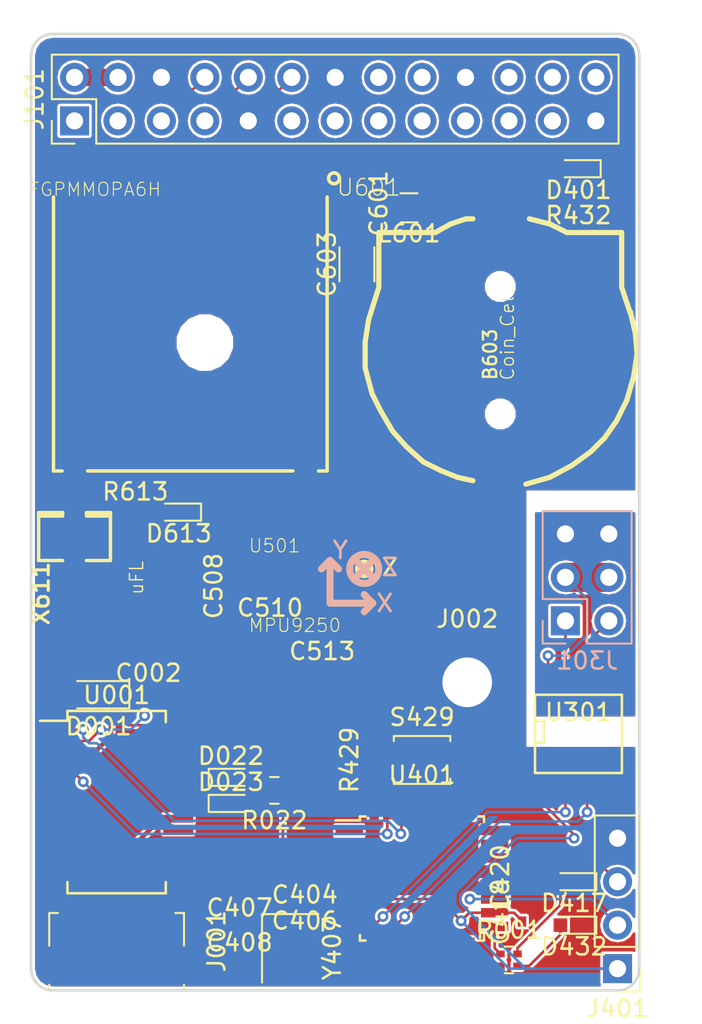
<source format=kicad_pcb>
(kicad_pcb (version 4) (host pcbnew 4.0.6)
  (layers (0 F.Cu signal) (31 B.Cu signal) (34 B.Paste user) (35 F.Paste user) (36 B.SilkS user) (37 F.SilkS user) (38 B.Mask user) (39 F.Mask user) (44 Edge.Cuts user))
  (net 0 "")
  (net 1 /RESET)
  (net 2 +5V)
  (net 3 GND)
  (net 4 /XTAL1)
  (net 5 /XTAL2)
  (net 6 "Net-(C510-Pad2)")
  (net 7 /VBUS)
  (net 8 /TXLED+)
  (net 9 /TXLED)
  (net 10 /RXLED+)
  (net 11 /RXLED)
  (net 12 /PWRLED+)
  (net 13 "Net-(J001-Pad4)")
  (net 14 +3V3)
  (net 15 /SDA)
  (net 16 /SCL)
  (net 17 "Net-(J101-Pad7)")
  (net 18 "Net-(J101-Pad11)")
  (net 19 "Net-(J101-Pad13)")
  (net 20 "Net-(J101-Pad15)")
  (net 21 "Net-(J101-Pad16)")
  (net 22 "Net-(J101-Pad18)")
  (net 23 "Net-(J101-Pad19)")
  (net 24 "Net-(J101-Pad21)")
  (net 25 "Net-(J101-Pad22)")
  (net 26 "Net-(J101-Pad23)")
  (net 27 "Net-(J101-Pad24)")
  (net 28 "Net-(J101-Pad26)")
  (net 29 /THROTTLE_HI)
  (net 30 +BATT)
  (net 31 GNDPWR)
  (net 32 /E1_ECHO)
  (net 33 /E0_ECHO)
  (net 34 /D0/RX)
  (net 35 "Net-(U001-Pad3)")
  (net 36 /D1/TX)
  (net 37 "Net-(U001-Pad6)")
  (net 38 "Net-(U001-Pad9)")
  (net 39 "Net-(U001-Pad10)")
  (net 40 "Net-(U001-Pad11)")
  (net 41 "Net-(U001-Pad12)")
  (net 42 "Net-(U001-Pad13)")
  (net 43 "Net-(U001-Pad14)")
  (net 44 "Net-(U001-Pad17)")
  (net 45 "Net-(U001-Pad19)")
  (net 46 "Net-(U001-Pad27)")
  (net 47 "Net-(U001-Pad28)")
  (net 48 /STEER_HI)
  (net 49 /THROTTLE)
  (net 50 /STEER)
  (net 51 "Net-(U401-Pad1)")
  (net 52 "Net-(U401-Pad2)")
  (net 53 "Net-(U401-Pad11)")
  (net 54 "Net-(U401-Pad12)")
  (net 55 "Net-(U401-Pad13)")
  (net 56 "Net-(U401-Pad14)")
  (net 57 "Net-(U401-Pad15)")
  (net 58 /ENCODER0)
  (net 59 "Net-(U401-Pad24)")
  (net 60 "Net-(U401-Pad25)")
  (net 61 /ENCODER1)
  (net 62 /D-)
  (net 63 /D+)
  (net 64 "Net-(U401-Pad3)")
  (net 65 /DTR)
  (net 66 /AREF)
  (net 67 "Net-(U401-Pad23)")
  (net 68 "Net-(U401-Pad26)")
  (net 69 "Net-(U401-Pad32)")
  (net 70 /VGPS)
  (net 71 /GPS_RX)
  (net 72 /GPS_TX)
  (net 73 "Net-(U601-Pad2)")
  (net 74 /VBACKUP)
  (net 75 "Net-(U601-Pad14)")
  (net 76 "Net-(U501-Pad7)")
  (net 77 "Net-(U501-Pad12)")
  (net 78 "Net-(U501-Pad11)")
  (net 79 "Net-(U501-Pad20)")
  (net 80 /ANT)
  (net 81 /E1_ECHO+)
  (net 82 /E0_ECHO+)
  (net 83 /FIX+)
  (net 84 /PPS)
  (net 85 /FIX)
  (module Connectors_Molex:USB_Micro-B_Molex_47346-0001 (layer F.Cu) (at 131.5 151.7 90)
    (fp_text reference J001 (at 0.07 5.84 270) (layer F.SilkS))
    (fp_text value USB_MICROB)
    (pad 1 smd rect (at 1.33 -1.3 90) (size 1.38 0.45) (layers F.Cu F.Paste F.Mask) (net 7 /VBUS))
    (pad 2 smd rect (at 1.33 -0.65 90) (size 1.38 0.45) (layers F.Cu F.Paste F.Mask) (net 62 /D-))
    (pad 3 smd rect (at 1.33 0 90) (size 1.38 0.45) (layers F.Cu F.Paste F.Mask) (net 63 /D+))
    (pad 4 smd rect (at 1.33 0.65 90) (size 1.38 0.45) (layers F.Cu F.Paste F.Mask) (net 13 "Net-(J001-Pad4)"))
    (pad 5 smd rect (at 1.33 1.3 90) (size 1.38 0.45) (layers F.Cu F.Paste F.Mask) (net 3 GND))
    (pad 6 smd rect (at 0.97 -2.4625 90) (size 2.1 1.475) (layers F.Cu F.Paste F.Mask) (net 3 GND))
    (pad 6 smd rect (at 0.97 2.4625 90) (size 2.1 1.475) (layers F.Cu F.Paste F.Mask) (net 3 GND))
    (pad 6 smd rect (at -1.33 -2.91 90) (size 1.9 2.375) (layers F.Cu F.Paste F.Mask) (net 3 GND))
    (pad 6 smd rect (at -1.33 2.91 90) (size 1.9 2.375) (layers F.Cu F.Paste F.Mask) (net 3 GND))
    (pad 6 smd rect (at -1.33 -0.84 90) (size 1.9 1.175) (layers F.Cu F.Paste F.Mask) (net 3 GND))
    (pad 6 smd rect (at -1.33 0.84 90) (size 1.9 1.175) (layers F.Cu F.Paste F.Mask) (net 3 GND))
  )
  (module Capacitors_SMD:C_0402_NoSilk (layer F.Cu) (at 133.358 137.228)
    (fp_text reference C002 (at 0 -1.27) (layer F.SilkS))
    (fp_text value 100nF)
    (pad 1 smd rect (at -0.55 0) (size 0.6 0.5) (layers F.Cu F.Paste F.Mask) (net 65 /DTR))
    (pad 2 smd rect (at 0.55 0) (size 0.6 0.5) (layers F.Cu F.Paste F.Mask) (net 1 /RESET))
  )
  (module Capacitors_SMD:C_0402_NoSilk (layer F.Cu) (at 142.502 147.642 180)
    (fp_text reference C404 (at 0 -1.27 180) (layer F.SilkS))
    (fp_text value 100nF)
    (pad 1 smd rect (at -0.55 0 180) (size 0.6 0.5) (layers F.Cu F.Paste F.Mask) (net 2 +5V))
    (pad 2 smd rect (at 0.55 0 180) (size 0.6 0.5) (layers F.Cu F.Paste F.Mask) (net 3 GND))
  )
  (module Capacitors_SMD:C_0402_NoSilk (layer F.Cu) (at 142.502 149.166 180)
    (fp_text reference C406 (at 0 -1.27 180) (layer F.SilkS))
    (fp_text value 100nF)
    (pad 1 smd rect (at -0.55 0 180) (size 0.6 0.5) (layers F.Cu F.Paste F.Mask) (net 2 +5V))
    (pad 2 smd rect (at 0.55 0 180) (size 0.6 0.5) (layers F.Cu F.Paste F.Mask) (net 3 GND))
  )
  (module Capacitors_SMD:C_0402_NoSilk (layer F.Cu) (at 138.692 150.944)
    (fp_text reference C407 (at 0 -1.27) (layer F.SilkS))
    (fp_text value 22pF)
    (pad 1 smd rect (at -0.55 0) (size 0.6 0.5) (layers F.Cu F.Paste F.Mask) (net 3 GND))
    (pad 2 smd rect (at 0.55 0) (size 0.6 0.5) (layers F.Cu F.Paste F.Mask) (net 4 /XTAL1))
  )
  (module Capacitors_SMD:C_0402_NoSilk (layer F.Cu) (at 138.692 152.976)
    (fp_text reference C408 (at 0 -1.27) (layer F.SilkS))
    (fp_text value 22pF)
    (pad 1 smd rect (at -0.55 0) (size 0.6 0.5) (layers F.Cu F.Paste F.Mask) (net 3 GND))
    (pad 2 smd rect (at 0.55 0) (size 0.6 0.5) (layers F.Cu F.Paste F.Mask) (net 5 /XTAL2))
  )
  (module Capacitors_SMD:C_0402_NoSilk (layer F.Cu) (at 155.202 149.928 90)
    (fp_text reference C418 (at 0 -1.27 90) (layer F.SilkS))
    (fp_text value 100nF)
    (pad 1 smd rect (at -0.55 0 90) (size 0.6 0.5) (layers F.Cu F.Paste F.Mask) (net 2 +5V))
    (pad 2 smd rect (at 0.55 0 90) (size 0.6 0.5) (layers F.Cu F.Paste F.Mask) (net 3 GND))
  )
  (module Capacitors_SMD:C_0402_NoSilk (layer F.Cu) (at 155.202 147.896 90)
    (fp_text reference C420 (at 0 -1.27 90) (layer F.SilkS))
    (fp_text value 100nF)
    (pad 1 smd rect (at -0.55 0 90) (size 0.6 0.5) (layers F.Cu F.Paste F.Mask) (net 66 /AREF))
    (pad 2 smd rect (at 0.55 0 90) (size 0.6 0.5) (layers F.Cu F.Paste F.Mask) (net 3 GND))
  )
  (module Capacitors_SMD:C_0402_NoSilk (layer F.Cu) (at 138.438 130.878 90)
    (fp_text reference C508 (at 0 -1.27 90) (layer F.SilkS))
    (fp_text value 100nF)
    (pad 1 smd rect (at -0.55 0 90) (size 0.6 0.5) (layers F.Cu F.Paste F.Mask) (net 3 GND))
    (pad 2 smd rect (at 0.55 0 90) (size 0.6 0.5) (layers F.Cu F.Paste F.Mask) (net 14 +3V3))
  )
  (module Capacitors_SMD:C_0402_NoSilk (layer F.Cu) (at 140.47 133.418)
    (fp_text reference C510 (at 0 -1.27) (layer F.SilkS))
    (fp_text value 100nF)
    (pad 1 smd rect (at -0.55 0) (size 0.6 0.5) (layers F.Cu F.Paste F.Mask) (net 3 GND))
    (pad 2 smd rect (at 0.55 0) (size 0.6 0.5) (layers F.Cu F.Paste F.Mask) (net 6 "Net-(C510-Pad2)"))
  )
  (module Capacitors_SMD:C_0402_NoSilk (layer F.Cu) (at 143.518 133.418 180)
    (fp_text reference C513 (at 0 -1.27 180) (layer F.SilkS))
    (fp_text value 100nF)
    (pad 1 smd rect (at -0.55 0 180) (size 0.6 0.5) (layers F.Cu F.Paste F.Mask) (net 3 GND))
    (pad 2 smd rect (at 0.55 0 180) (size 0.6 0.5) (layers F.Cu F.Paste F.Mask) (net 14 +3V3))
  )
  (module LEDs:LED_0603 (layer F.Cu) (at 138.184 142.054)
    (fp_text reference D022 (at 0 -1.25) (layer F.SilkS))
    (fp_text value AT_TXLED)
    (pad 2 smd rect (at 0.8 0 180) (size 0.8 0.8) (layers F.Cu F.Paste F.Mask) (net 8 /TXLED+))
    (pad 1 smd rect (at -0.8 0 180) (size 0.8 0.8) (layers F.Cu F.Paste F.Mask) (net 9 /TXLED))
  )
  (module LEDs:LED_0603 (layer F.Cu) (at 138.184 143.578)
    (fp_text reference D023 (at 0 -1.25) (layer F.SilkS))
    (fp_text value AT_RXLED)
    (pad 2 smd rect (at 0.8 0 180) (size 0.8 0.8) (layers F.Cu F.Paste F.Mask) (net 10 /RXLED+))
    (pad 1 smd rect (at -0.8 0 180) (size 0.8 0.8) (layers F.Cu F.Paste F.Mask) (net 11 /RXLED))
  )
  (module LEDs:LED_0603 (layer F.Cu) (at 158.504 106.494 180)
    (fp_text reference D401 (at 0 -1.25 180) (layer F.SilkS))
    (fp_text value "5V POWER")
    (pad 2 smd rect (at 0.8 0) (size 0.8 0.8) (layers F.Cu F.Paste F.Mask) (net 12 /PWRLED+))
    (pad 1 smd rect (at -0.8 0) (size 0.8 0.8) (layers F.Cu F.Paste F.Mask) (net 3 GND))
  )
  (module LEDs:LED_0603 (layer F.Cu) (at 158.25 148.15 180)
    (fp_text reference D417 (at 0 -1.25 180) (layer F.SilkS))
    (fp_text value E1_ECHO)
    (pad 2 smd rect (at 0.8 0) (size 0.8 0.8) (layers F.Cu F.Paste F.Mask) (net 81 /E1_ECHO+))
    (pad 1 smd rect (at -0.8 0) (size 0.8 0.8) (layers F.Cu F.Paste F.Mask) (net 3 GND))
  )
  (module LEDs:LED_0603 (layer F.Cu) (at 158.25 150.69 180)
    (fp_text reference D432 (at 0 -1.25 180) (layer F.SilkS))
    (fp_text value E0_ECHO)
    (pad 2 smd rect (at 0.8 0) (size 0.8 0.8) (layers F.Cu F.Paste F.Mask) (net 82 /E0_ECHO+))
    (pad 1 smd rect (at -0.8 0) (size 0.8 0.8) (layers F.Cu F.Paste F.Mask) (net 3 GND))
  )
  (module Pin_Headers:Pin_Header_Straight_2x13_Pitch2.54mm (layer F.Cu) (at 129.04 103.7 90)
    (fp_text reference J101 (at 1.27 -2.33 90) (layer F.SilkS))
    (fp_text value Raspberry_Pi_1)
    (pad 1 thru_hole rect (at 0 0 90) (size 1.7 1.7) (drill 1) (layers *.Cu *.Mask) (net 14 +3V3))
    (pad 2 thru_hole oval (at 2.54 0 90) (size 1.7 1.7) (drill 1) (layers *.Cu *.Mask) (net 2 +5V))
    (pad 3 thru_hole oval (at 0 2.54 90) (size 1.7 1.7) (drill 1) (layers *.Cu *.Mask) (net 15 /SDA))
    (pad 4 thru_hole oval (at 2.54 2.54 90) (size 1.7 1.7) (drill 1) (layers *.Cu *.Mask) (net 2 +5V))
    (pad 5 thru_hole oval (at 0 5.08 90) (size 1.7 1.7) (drill 1) (layers *.Cu *.Mask) (net 16 /SCL))
    (pad 6 thru_hole oval (at 2.54 5.08 90) (size 1.7 1.7) (drill 1) (layers *.Cu *.Mask) (net 3 GND))
    (pad 7 thru_hole oval (at 0 7.62 90) (size 1.7 1.7) (drill 1) (layers *.Cu *.Mask) (net 17 "Net-(J101-Pad7)"))
    (pad 8 thru_hole oval (at 2.54 7.62 90) (size 1.7 1.7) (drill 1) (layers *.Cu *.Mask) (net 71 /GPS_RX))
    (pad 9 thru_hole oval (at 0 10.16 90) (size 1.7 1.7) (drill 1) (layers *.Cu *.Mask) (net 3 GND))
    (pad 10 thru_hole oval (at 2.54 10.16 90) (size 1.7 1.7) (drill 1) (layers *.Cu *.Mask) (net 72 /GPS_TX))
    (pad 11 thru_hole oval (at 0 12.7 90) (size 1.7 1.7) (drill 1) (layers *.Cu *.Mask) (net 18 "Net-(J101-Pad11)"))
    (pad 12 thru_hole oval (at 2.54 12.7 90) (size 1.7 1.7) (drill 1) (layers *.Cu *.Mask) (net 84 /PPS))
    (pad 13 thru_hole oval (at 0 15.24 90) (size 1.7 1.7) (drill 1) (layers *.Cu *.Mask) (net 19 "Net-(J101-Pad13)"))
    (pad 14 thru_hole oval (at 2.54 15.24 90) (size 1.7 1.7) (drill 1) (layers *.Cu *.Mask) (net 3 GND))
    (pad 15 thru_hole oval (at 0 17.78 90) (size 1.7 1.7) (drill 1) (layers *.Cu *.Mask) (net 20 "Net-(J101-Pad15)"))
    (pad 16 thru_hole oval (at 2.54 17.78 90) (size 1.7 1.7) (drill 1) (layers *.Cu *.Mask) (net 21 "Net-(J101-Pad16)"))
    (pad 17 thru_hole oval (at 0 20.32 90) (size 1.7 1.7) (drill 1) (layers *.Cu *.Mask) (net 14 +3V3))
    (pad 18 thru_hole oval (at 2.54 20.32 90) (size 1.7 1.7) (drill 1) (layers *.Cu *.Mask) (net 22 "Net-(J101-Pad18)"))
    (pad 19 thru_hole oval (at 0 22.86 90) (size 1.7 1.7) (drill 1) (layers *.Cu *.Mask) (net 23 "Net-(J101-Pad19)"))
    (pad 20 thru_hole oval (at 2.54 22.86 90) (size 1.7 1.7) (drill 1) (layers *.Cu *.Mask) (net 3 GND))
    (pad 21 thru_hole oval (at 0 25.4 90) (size 1.7 1.7) (drill 1) (layers *.Cu *.Mask) (net 24 "Net-(J101-Pad21)"))
    (pad 22 thru_hole oval (at 2.54 25.4 90) (size 1.7 1.7) (drill 1) (layers *.Cu *.Mask) (net 25 "Net-(J101-Pad22)"))
    (pad 23 thru_hole oval (at 0 27.94 90) (size 1.7 1.7) (drill 1) (layers *.Cu *.Mask) (net 26 "Net-(J101-Pad23)"))
    (pad 24 thru_hole oval (at 2.54 27.94 90) (size 1.7 1.7) (drill 1) (layers *.Cu *.Mask) (net 27 "Net-(J101-Pad24)"))
    (pad 25 thru_hole oval (at 0 30.48 90) (size 1.7 1.7) (drill 1) (layers *.Cu *.Mask) (net 3 GND))
    (pad 26 thru_hole oval (at 2.54 30.48 90) (size 1.7 1.7) (drill 1) (layers *.Cu *.Mask) (net 28 "Net-(J101-Pad26)"))
  )
  (module Pin_Headers:Pin_Header_Straight_2x03_Pitch2.54mm (layer B.Cu) (at 157.742 132.91)
    (fp_text reference J301 (at 1.27 2.33) (layer B.SilkS) (effects (justify mirror)))
    (fp_text value CONN_02X03)
    (pad 1 thru_hole rect (at 0 0) (size 1.7 1.7) (drill 1) (layers *.Cu *.Mask) (net 48 /STEER_HI))
    (pad 2 thru_hole oval (at 2.54 0) (size 1.7 1.7) (drill 1) (layers *.Cu *.Mask) (net 29 /THROTTLE_HI))
    (pad 3 thru_hole oval (at 0 -2.54) (size 1.7 1.7) (drill 1) (layers *.Cu *.Mask) (net 30 +BATT))
    (pad 4 thru_hole oval (at 2.54 -2.54) (size 1.7 1.7) (drill 1) (layers *.Cu *.Mask) (net 30 +BATT))
    (pad 5 thru_hole oval (at 0 -5.08) (size 1.7 1.7) (drill 1) (layers *.Cu *.Mask) (net 31 GNDPWR))
    (pad 6 thru_hole oval (at 2.54 -5.08) (size 1.7 1.7) (drill 1) (layers *.Cu *.Mask) (net 31 GNDPWR))
  )
  (module Pin_Headers:Pin_Header_Straight_1x04_Pitch2.54mm (layer F.Cu) (at 160.79 153.23 180)
    (fp_text reference J401 (at 0 -2.33 180) (layer F.SilkS))
    (fp_text value CONN_01X04)
    (pad 1 thru_hole rect (at 0 0 180) (size 1.7 1.7) (drill 1) (layers *.Cu *.Mask) (net 2 +5V))
    (pad 2 thru_hole oval (at 0 2.54 180) (size 1.7 1.7) (drill 1) (layers *.Cu *.Mask) (net 58 /ENCODER0))
    (pad 3 thru_hole oval (at 0 5.08 180) (size 1.7 1.7) (drill 1) (layers *.Cu *.Mask) (net 61 /ENCODER1))
    (pad 4 thru_hole oval (at 0 7.62 180) (size 1.7 1.7) (drill 1) (layers *.Cu *.Mask) (net 3 GND))
  )
  (module Resistors_SMD:R_0402_NoSilk (layer F.Cu) (at 146.312 141.038 90)
    (fp_text reference R429 (at 0 -1.2 90) (layer F.SilkS))
    (fp_text value 10k)
    (pad 1 smd rect (at -0.45 0 90) (size 0.4 0.6) (layers F.Cu F.Paste F.Mask) (net 2 +5V))
    (pad 2 smd rect (at 0.45 0 90) (size 0.4 0.6) (layers F.Cu F.Paste F.Mask) (net 1 /RESET))
  )
  (module Resistors_SMD:R_0402_NoSilk (layer F.Cu) (at 158.504 108.018 180)
    (fp_text reference R432 (at 0 -1.2 180) (layer F.SilkS))
    (fp_text value 680)
    (pad 1 smd rect (at -0.45 0 180) (size 0.4 0.6) (layers F.Cu F.Paste F.Mask) (net 2 +5V))
    (pad 2 smd rect (at 0.45 0 180) (size 0.4 0.6) (layers F.Cu F.Paste F.Mask) (net 12 /PWRLED+))
  )
  (module Buttons_Switches_SMD:SW_SPST_B3U-1000P (layer F.Cu) (at 149.36 141.038)
    (fp_text reference S429 (at 0 -2.5) (layer F.SilkS))
    (fp_text value SW_SPST)
    (pad 1 smd rect (at -1.7 0) (size 0.9 1.7) (layers F.Cu F.Paste F.Mask) (net 1 /RESET))
    (pad 2 smd rect (at 1.7 0) (size 0.9 1.7) (layers F.Cu F.Paste F.Mask) (net 3 GND))
  )
  (module Housings_SSOP:SSOP-28_5.3x10.2mm_Pitch0.65mm (layer F.Cu) (at 131.5 143.5)
    (fp_text reference U001 (at 0 -6.25) (layer F.SilkS))
    (fp_text value FT232RL)
    (pad 1 smd rect (at -3.6 -4.225) (size 1.75 0.45) (layers F.Cu F.Paste F.Mask) (net 34 /D0/RX))
    (pad 2 smd rect (at -3.6 -3.575) (size 1.75 0.45) (layers F.Cu F.Paste F.Mask) (net 65 /DTR))
    (pad 3 smd rect (at -3.6 -2.925) (size 1.75 0.45) (layers F.Cu F.Paste F.Mask) (net 35 "Net-(U001-Pad3)"))
    (pad 4 smd rect (at -3.6 -2.275) (size 1.75 0.45) (layers F.Cu F.Paste F.Mask) (net 7 /VBUS))
    (pad 5 smd rect (at -3.6 -1.625) (size 1.75 0.45) (layers F.Cu F.Paste F.Mask) (net 36 /D1/TX))
    (pad 6 smd rect (at -3.6 -0.975) (size 1.75 0.45) (layers F.Cu F.Paste F.Mask) (net 37 "Net-(U001-Pad6)"))
    (pad 7 smd rect (at -3.6 -0.325) (size 1.75 0.45) (layers F.Cu F.Paste F.Mask) (net 3 GND))
    (pad 8 smd rect (at -3.6 0.325) (size 1.75 0.45) (layers F.Cu F.Paste F.Mask))
    (pad 9 smd rect (at -3.6 0.975) (size 1.75 0.45) (layers F.Cu F.Paste F.Mask) (net 38 "Net-(U001-Pad9)"))
    (pad 10 smd rect (at -3.6 1.625) (size 1.75 0.45) (layers F.Cu F.Paste F.Mask) (net 39 "Net-(U001-Pad10)"))
    (pad 11 smd rect (at -3.6 2.275) (size 1.75 0.45) (layers F.Cu F.Paste F.Mask) (net 40 "Net-(U001-Pad11)"))
    (pad 12 smd rect (at -3.6 2.925) (size 1.75 0.45) (layers F.Cu F.Paste F.Mask) (net 41 "Net-(U001-Pad12)"))
    (pad 13 smd rect (at -3.6 3.575) (size 1.75 0.45) (layers F.Cu F.Paste F.Mask) (net 42 "Net-(U001-Pad13)"))
    (pad 14 smd rect (at -3.6 4.225) (size 1.75 0.45) (layers F.Cu F.Paste F.Mask) (net 43 "Net-(U001-Pad14)"))
    (pad 15 smd rect (at 3.6 4.225) (size 1.75 0.45) (layers F.Cu F.Paste F.Mask) (net 63 /D+))
    (pad 16 smd rect (at 3.6 3.575) (size 1.75 0.45) (layers F.Cu F.Paste F.Mask) (net 62 /D-))
    (pad 17 smd rect (at 3.6 2.925) (size 1.75 0.45) (layers F.Cu F.Paste F.Mask) (net 44 "Net-(U001-Pad17)"))
    (pad 18 smd rect (at 3.6 2.275) (size 1.75 0.45) (layers F.Cu F.Paste F.Mask) (net 3 GND))
    (pad 19 smd rect (at 3.6 1.625) (size 1.75 0.45) (layers F.Cu F.Paste F.Mask) (net 45 "Net-(U001-Pad19)"))
    (pad 20 smd rect (at 3.6 0.975) (size 1.75 0.45) (layers F.Cu F.Paste F.Mask) (net 7 /VBUS))
    (pad 21 smd rect (at 3.6 0.325) (size 1.75 0.45) (layers F.Cu F.Paste F.Mask) (net 3 GND))
    (pad 22 smd rect (at 3.6 -0.325) (size 1.75 0.45) (layers F.Cu F.Paste F.Mask) (net 11 /RXLED))
    (pad 23 smd rect (at 3.6 -0.975) (size 1.75 0.45) (layers F.Cu F.Paste F.Mask) (net 9 /TXLED))
    (pad 24 smd rect (at 3.6 -1.625) (size 1.75 0.45) (layers F.Cu F.Paste F.Mask))
    (pad 25 smd rect (at 3.6 -2.275) (size 1.75 0.45) (layers F.Cu F.Paste F.Mask) (net 3 GND))
    (pad 26 smd rect (at 3.6 -2.925) (size 1.75 0.45) (layers F.Cu F.Paste F.Mask) (net 3 GND))
    (pad 27 smd rect (at 3.6 -3.575) (size 1.75 0.45) (layers F.Cu F.Paste F.Mask) (net 46 "Net-(U001-Pad27)"))
    (pad 28 smd rect (at 3.6 -4.225) (size 1.75 0.45) (layers F.Cu F.Paste F.Mask) (net 47 "Net-(U001-Pad28)"))
  )
  (module SMD_Packages:SOIC-8-N (layer F.Cu) (at 158.504 139.514)
    (fp_text reference U301 (at 0 -1.27) (layer F.SilkS))
    (fp_text value ADuM3221)
    (pad 8 smd rect (at -1.905 -3.175) (size 0.508 1.143) (layers F.Cu F.Paste F.Mask) (net 30 +BATT))
    (pad 7 smd rect (at -0.635 -3.175) (size 0.508 1.143) (layers F.Cu F.Paste F.Mask) (net 48 /STEER_HI))
    (pad 6 smd rect (at 0.635 -3.175) (size 0.508 1.143) (layers F.Cu F.Paste F.Mask) (net 29 /THROTTLE_HI))
    (pad 5 smd rect (at 1.905 -3.175) (size 0.508 1.143) (layers F.Cu F.Paste F.Mask) (net 31 GNDPWR))
    (pad 4 smd rect (at 1.905 3.175) (size 0.508 1.143) (layers F.Cu F.Paste F.Mask) (net 3 GND))
    (pad 3 smd rect (at 0.635 3.175) (size 0.508 1.143) (layers F.Cu F.Paste F.Mask) (net 49 /THROTTLE))
    (pad 2 smd rect (at -0.635 3.175) (size 0.508 1.143) (layers F.Cu F.Paste F.Mask) (net 50 /STEER))
    (pad 1 smd rect (at -1.905 3.175) (size 0.508 1.143) (layers F.Cu F.Paste F.Mask) (net 2 +5V))
  )
  (module Housings_QFP:TQFP-32_7x7mm_Pitch0.8mm (layer F.Cu) (at 149.354 147.964)
    (fp_text reference U401 (at 0 -6.05) (layer F.SilkS))
    (fp_text value ATMEGA328P-AU)
    (pad 1 smd rect (at -4.25 -2.8) (size 1.6 0.55) (layers F.Cu F.Paste F.Mask) (net 51 "Net-(U401-Pad1)"))
    (pad 2 smd rect (at -4.25 -2) (size 1.6 0.55) (layers F.Cu F.Paste F.Mask) (net 52 "Net-(U401-Pad2)"))
    (pad 3 smd rect (at -4.25 -1.2) (size 1.6 0.55) (layers F.Cu F.Paste F.Mask) (net 64 "Net-(U401-Pad3)"))
    (pad 4 smd rect (at -4.25 -0.4) (size 1.6 0.55) (layers F.Cu F.Paste F.Mask) (net 2 +5V))
    (pad 5 smd rect (at -4.25 0.4) (size 1.6 0.55) (layers F.Cu F.Paste F.Mask) (net 3 GND))
    (pad 6 smd rect (at -4.25 1.2) (size 1.6 0.55) (layers F.Cu F.Paste F.Mask) (net 2 +5V))
    (pad 7 smd rect (at -4.25 2) (size 1.6 0.55) (layers F.Cu F.Paste F.Mask) (net 4 /XTAL1))
    (pad 8 smd rect (at -4.25 2.8) (size 1.6 0.55) (layers F.Cu F.Paste F.Mask) (net 5 /XTAL2))
    (pad 9 smd rect (at -2.8 4.25 90) (size 1.6 0.55) (layers F.Cu F.Paste F.Mask) (net 50 /STEER))
    (pad 10 smd rect (at -2 4.25 90) (size 1.6 0.55) (layers F.Cu F.Paste F.Mask) (net 49 /THROTTLE))
    (pad 11 smd rect (at -1.2 4.25 90) (size 1.6 0.55) (layers F.Cu F.Paste F.Mask) (net 53 "Net-(U401-Pad11)"))
    (pad 12 smd rect (at -0.4 4.25 90) (size 1.6 0.55) (layers F.Cu F.Paste F.Mask) (net 54 "Net-(U401-Pad12)"))
    (pad 13 smd rect (at 0.4 4.25 90) (size 1.6 0.55) (layers F.Cu F.Paste F.Mask) (net 55 "Net-(U401-Pad13)"))
    (pad 14 smd rect (at 1.2 4.25 90) (size 1.6 0.55) (layers F.Cu F.Paste F.Mask) (net 56 "Net-(U401-Pad14)"))
    (pad 15 smd rect (at 2 4.25 90) (size 1.6 0.55) (layers F.Cu F.Paste F.Mask) (net 57 "Net-(U401-Pad15)"))
    (pad 16 smd rect (at 2.8 4.25 90) (size 1.6 0.55) (layers F.Cu F.Paste F.Mask) (net 33 /E0_ECHO))
    (pad 17 smd rect (at 4.25 2.8) (size 1.6 0.55) (layers F.Cu F.Paste F.Mask) (net 32 /E1_ECHO))
    (pad 18 smd rect (at 4.25 2) (size 1.6 0.55) (layers F.Cu F.Paste F.Mask) (net 2 +5V))
    (pad 19 smd rect (at 4.25 1.2) (size 1.6 0.55) (layers F.Cu F.Paste F.Mask) (net 58 /ENCODER0))
    (pad 20 smd rect (at 4.25 0.4) (size 1.6 0.55) (layers F.Cu F.Paste F.Mask) (net 66 /AREF))
    (pad 21 smd rect (at 4.25 -0.4) (size 1.6 0.55) (layers F.Cu F.Paste F.Mask) (net 3 GND))
    (pad 22 smd rect (at 4.25 -1.2) (size 1.6 0.55) (layers F.Cu F.Paste F.Mask) (net 61 /ENCODER1))
    (pad 23 smd rect (at 4.25 -2) (size 1.6 0.55) (layers F.Cu F.Paste F.Mask) (net 67 "Net-(U401-Pad23)"))
    (pad 24 smd rect (at 4.25 -2.8) (size 1.6 0.55) (layers F.Cu F.Paste F.Mask) (net 59 "Net-(U401-Pad24)"))
    (pad 25 smd rect (at 2.8 -4.25 90) (size 1.6 0.55) (layers F.Cu F.Paste F.Mask) (net 60 "Net-(U401-Pad25)"))
    (pad 26 smd rect (at 2 -4.25 90) (size 1.6 0.55) (layers F.Cu F.Paste F.Mask) (net 68 "Net-(U401-Pad26)"))
    (pad 27 smd rect (at 1.2 -4.25 90) (size 1.6 0.55) (layers F.Cu F.Paste F.Mask) (net 15 /SDA))
    (pad 28 smd rect (at 0.4 -4.25 90) (size 1.6 0.55) (layers F.Cu F.Paste F.Mask) (net 16 /SCL))
    (pad 29 smd rect (at -0.4 -4.25 90) (size 1.6 0.55) (layers F.Cu F.Paste F.Mask) (net 1 /RESET))
    (pad 30 smd rect (at -1.2 -4.25 90) (size 1.6 0.55) (layers F.Cu F.Paste F.Mask) (net 34 /D0/RX))
    (pad 31 smd rect (at -2 -4.25 90) (size 1.6 0.55) (layers F.Cu F.Paste F.Mask) (net 36 /D1/TX))
    (pad 32 smd rect (at -2.8 -4.25 90) (size 1.6 0.55) (layers F.Cu F.Paste F.Mask) (net 69 "Net-(U401-Pad32)"))
  )
  (module Crystals:Crystal_SMD_Abracon_ABM8G-4pin_3.2x2.5mm (layer F.Cu) (at 141.652 152.044 270)
    (fp_text reference Y407 (at 0 -2.45 270) (layer F.SilkS))
    (fp_text value 16MHz)
    (pad 1 smd rect (at -1.1 0.85 270) (size 1.4 1.2) (layers F.Cu F.Paste F.Mask) (net 4 /XTAL1))
    (pad 2 smd rect (at 1.1 0.85 270) (size 1.4 1.2) (layers F.Cu F.Paste F.Mask) (net 3 GND))
    (pad 3 smd rect (at 1.1 -0.85 270) (size 1.4 1.2) (layers F.Cu F.Paste F.Mask) (net 5 /XTAL2))
    (pad 4 smd rect (at -1.1 -0.85 270) (size 1.4 1.2) (layers F.Cu F.Paste F.Mask) (net 3 GND))
  )
  (module KwanSystems:MountingHole_2.9mm_M2.5_Pad (layer F.Cu) (at 152 136.5)
    (fp_text reference J002 (at 0 -3.7) (layer F.SilkS))
    (fp_text value STANDOFF_GND)
    (pad 1 thru_hole circle (at 0 0) (size 5.4 5.4) (drill 2.9) (layers *.Cu *.Mask) (net 3 GND))
  )
  (module Resistors_SMD:R_Array_Convex_2x0402 (layer F.Cu) (at 140.724 142.816 180)
    (fp_text reference R022 (at 0 -1.75 180) (layer F.SilkS))
    (fp_text value 680)
    (pad 1 smd rect (at -0.5 -0.35 180) (size 0.5 0.4) (layers F.Cu F.Paste F.Mask) (net 2 +5V))
    (pad 2 smd rect (at -0.5 0.35 180) (size 0.5 0.4) (layers F.Cu F.Paste F.Mask) (net 2 +5V))
    (pad 3 smd rect (at 0.5 0.35 180) (size 0.5 0.4) (layers F.Cu F.Paste F.Mask) (net 8 /TXLED+))
    (pad 4 smd rect (at 0.5 -0.35 180) (size 0.5 0.4) (layers F.Cu F.Paste F.Mask) (net 10 /RXLED+))
  )
  (module Diodes_SMD:D_TUMD2 (layer F.Cu) (at 130.144 137.228 180)
    (fp_text reference D001 (at -0.3 -1.85 180) (layer F.SilkS))
    (fp_text value MSS1P6)
    (pad 2 smd rect (at 0.95 0) (size 0.8 1.1) (layers F.Cu F.Paste F.Mask) (net 7 /VBUS))
    (pad 1 smd rect (at -0.95 0) (size 2 1.1) (layers F.Cu F.Paste F.Mask) (net 2 +5V))
  )
  (module Resistors_SMD:R_Array_Convex_2x0402 (layer F.Cu) (at 154.44 152.722)
    (fp_text reference R001 (at 0 -1.75) (layer F.SilkS))
    (fp_text value 680)
    (pad 1 smd rect (at -0.5 -0.35) (size 0.5 0.4) (layers F.Cu F.Paste F.Mask) (net 32 /E1_ECHO))
    (pad 2 smd rect (at -0.5 0.35) (size 0.5 0.4) (layers F.Cu F.Paste F.Mask) (net 33 /E0_ECHO))
    (pad 3 smd rect (at 0.5 0.35) (size 0.5 0.4) (layers F.Cu F.Paste F.Mask) (net 82 /E0_ECHO+))
    (pad 4 smd rect (at 0.5 -0.35) (size 0.5 0.4) (layers F.Cu F.Paste F.Mask) (net 81 /E1_ECHO+))
  )
  (module Capacitors_SMD:C_0402_NoSilk (layer F.Cu) (at 145.55 108.526 270)
    (fp_text reference C601 (at 0 -1.27 270) (layer F.SilkS))
    (fp_text value 100nF)
    (pad 1 smd rect (at -0.55 0 270) (size 0.6 0.5) (layers F.Cu F.Paste F.Mask) (net 3 GND))
    (pad 2 smd rect (at 0.55 0 270) (size 0.6 0.5) (layers F.Cu F.Paste F.Mask) (net 70 /VGPS))
  )
  (module Capacitors_SMD:C_0805 (layer F.Cu) (at 148.598 108.78 180)
    (fp_text reference L601 (at 0 -1.5 180) (layer F.SilkS))
    (fp_text value Ferrite)
    (pad 1 smd rect (at -1 0 180) (size 1 1.25) (layers F.Cu F.Paste F.Mask) (net 14 +3V3))
    (pad 2 smd rect (at 1 0 180) (size 1 1.25) (layers F.Cu F.Paste F.Mask) (net 70 /VGPS))
  )
  (module Capacitors_SMD:C_1206 (layer F.Cu) (at 145.55 112.082 90)
    (fp_text reference C603 (at 0 -1.75 90) (layer F.SilkS))
    (fp_text value 10uF)
    (pad 1 smd rect (at -1.5 0 90) (size 1 1.6) (layers F.Cu F.Paste F.Mask) (net 3 GND))
    (pad 2 smd rect (at 1.5 0 90) (size 1 1.6) (layers F.Cu F.Paste F.Mask) (net 70 /VGPS))
  )
  (module KwanSystems:FGPMMOPA6H (layer F.Cu) (at 135.81 116.154 270)
    (fp_text reference U601 (at -8 -8.5 540) (layer F.SilkS) (effects (font (size 0.9652 0.9652) (thickness 0.077216)) (justify left bottom)))
    (fp_text value FGPMMOPA6H (at -8 9.5 540) (layer F.SilkS) (effects (font (size 0.77216 0.77216) (thickness 0.061772)) (justify left bottom)))
    (pad 1 smd rect (at -7.5 -6.75 270) (size 2 1) (layers F.Cu F.Paste F.Mask) (net 70 /VGPS))
    (pad 2 smd rect (at -7.5 -5.25 270) (size 2 1) (layers F.Cu F.Paste F.Mask) (net 73 "Net-(U601-Pad2)"))
    (pad 3 smd rect (at -7.5 -3.75 270) (size 2 1) (layers F.Cu F.Paste F.Mask) (net 3 GND))
    (pad 4 smd rect (at -7.5 -2.25 270) (size 2 1) (layers F.Cu F.Paste F.Mask) (net 74 /VBACKUP))
    (pad 5 smd rect (at -7.5 -0.75 270) (size 2 1) (layers F.Cu F.Paste F.Mask) (net 84 /PPS))
    (pad 6 smd rect (at -7.5 0.75 270) (size 2 1) (layers F.Cu F.Paste F.Mask))
    (pad 7 smd rect (at -7.5 2.25 270) (size 2 1) (layers F.Cu F.Paste F.Mask))
    (pad 8 smd rect (at -7.5 3.75 270) (size 2 1) (layers F.Cu F.Paste F.Mask) (net 3 GND))
    (pad 9 smd rect (at -7.5 5.25 270) (size 2 1) (layers F.Cu F.Paste F.Mask) (net 72 /GPS_TX))
    (pad 10 smd rect (at -7.5 6.75 270) (size 2 1) (layers F.Cu F.Paste F.Mask) (net 71 /GPS_RX))
    (pad 11 smd rect (at 7.5 6.75 90) (size 2 1) (layers F.Cu F.Paste F.Mask) (net 80 /ANT))
    (pad 12 smd rect (at 7.5 5.25 90) (size 2 1) (layers F.Cu F.Paste F.Mask) (net 3 GND))
    (pad 13 smd rect (at 7.5 3.75 90) (size 2 1) (layers F.Cu F.Paste F.Mask) (net 85 /FIX))
    (pad 14 smd rect (at 7.5 2.25 90) (size 2 1) (layers F.Cu F.Paste F.Mask) (net 75 "Net-(U601-Pad14)"))
    (pad 15 smd rect (at 7.5 0.75 90) (size 2 1) (layers F.Cu F.Paste F.Mask))
    (pad 16 smd rect (at 7.5 -0.75 90) (size 2 1) (layers F.Cu F.Paste F.Mask))
    (pad 17 smd rect (at 7.5 -2.25 90) (size 2 1) (layers F.Cu F.Paste F.Mask))
    (pad 18 smd rect (at 7.5 -3.75 90) (size 2 1) (layers F.Cu F.Paste F.Mask))
    (pad 19 smd rect (at 7.5 -5.25 90) (size 2 1) (layers F.Cu F.Paste F.Mask) (net 3 GND))
    (pad 20 smd rect (at 7.5 -6.75 90) (size 2 1) (layers F.Cu F.Paste F.Mask))
    (pad "" np_thru_hole circle (at 0.5 -0.85 270) (size 3 3) (drill 3) (layers *.Cu))
  )
  (module KwanSystems:QFN24_PAD (layer F.Cu) (at 140.978 130.878)
    (fp_text reference U501 (at -1.8 -1.9) (layer F.SilkS) (effects (font (size 0.77216 0.77216) (thickness 0.065024)) (justify left bottom)))
    (fp_text value MPU9250 (at -1.8 2.75) (layer F.SilkS) (effects (font (size 0.77216 0.77216) (thickness 0.065024)) (justify left bottom)))
    (fp_text user Z (at 6.5 -1.1) (layer B.SilkS) (effects (justify mirror)))
    (fp_text user Y (at 3.6 -2.1) (layer B.SilkS) (effects (justify mirror)))
    (fp_text user X (at 6.2 1) (layer B.SilkS) (effects (justify mirror)))
    (fp_text user Z (at 6.5 -1.1) (layer F.SilkS))
    (fp_text user X (at 6.2 1) (layer F.SilkS))
    (fp_text user Y (at 3.6 -2.1) (layer F.SilkS))
    (pad P$1 smd oval (at -0.2 -1.3) (size 0.25 0.3) (layers F.Cu F.Paste F.Mask))
    (pad 22 smd rect (at -0.2 -1.55) (size 0.25 0.5) (layers F.Cu F.Paste F.Mask) (net 3 GND))
    (pad P$3 smd oval (at 0.2 -1.3) (size 0.25 0.3) (layers F.Cu F.Paste F.Mask))
    (pad 21 smd rect (at 0.2 -1.55) (size 0.25 0.5) (layers F.Cu F.Paste F.Mask))
    (pad P$5 smd oval (at 0.6 -1.3) (size 0.25 0.3) (layers F.Cu F.Paste F.Mask))
    (pad 20 smd rect (at 0.6 -1.55) (size 0.25 0.5) (layers F.Cu F.Paste F.Mask) (net 79 "Net-(U501-Pad20)"))
    (pad 19 smd rect (at 1 -1.55) (size 0.25 0.5) (layers F.Cu F.Paste F.Mask))
    (pad 24 smd rect (at -1 -1.55) (size 0.25 0.5) (layers F.Cu F.Paste F.Mask) (net 15 /SDA))
    (pad P$11 smd oval (at -0.6 -1.3) (size 0.25 0.3) (layers F.Cu F.Paste F.Mask))
    (pad 23 smd rect (at -0.6 -1.55) (size 0.25 0.5) (layers F.Cu F.Paste F.Mask) (net 16 /SCL))
    (pad P$16 smd oval (at 0.2 1.3 180) (size 0.25 0.3) (layers F.Cu F.Paste F.Mask))
    (pad 10 smd rect (at 0.2 1.55 180) (size 0.25 0.5) (layers F.Cu F.Paste F.Mask) (net 6 "Net-(C510-Pad2)"))
    (pad P$18 smd oval (at -0.2 1.3 180) (size 0.25 0.3) (layers F.Cu F.Paste F.Mask))
    (pad 9 smd rect (at -0.2 1.55 180) (size 0.25 0.5) (layers F.Cu F.Paste F.Mask) (net 3 GND))
    (pad P$20 smd oval (at -0.6 1.3 180) (size 0.25 0.3) (layers F.Cu F.Paste F.Mask))
    (pad 8 smd rect (at -0.6 1.55 180) (size 0.25 0.5) (layers F.Cu F.Paste F.Mask) (net 14 +3V3))
    (pad 7 smd rect (at -1 1.55 180) (size 0.25 0.5) (layers F.Cu F.Paste F.Mask) (net 76 "Net-(U501-Pad7)"))
    (pad 12 smd rect (at 1 1.55 180) (size 0.25 0.5) (layers F.Cu F.Paste F.Mask) (net 77 "Net-(U501-Pad12)"))
    (pad P$26 smd oval (at 0.6 1.3 180) (size 0.25 0.3) (layers F.Cu F.Paste F.Mask))
    (pad 11 smd rect (at 0.6 1.55 180) (size 0.25 0.5) (layers F.Cu F.Paste F.Mask) (net 78 "Net-(U501-Pad11)"))
    (pad P$28 smd oval (at -1.3 0.2 90) (size 0.25 0.3) (layers F.Cu F.Paste F.Mask))
    (pad 4 smd rect (at -1.55 0.2 90) (size 0.25 0.5) (layers F.Cu F.Paste F.Mask))
    (pad 3 smd rect (at -1.55 -0.2 90) (size 0.25 0.5) (layers F.Cu F.Paste F.Mask))
    (pad 2 smd rect (at -1.55 -0.6 90) (size 0.25 0.5) (layers F.Cu F.Paste F.Mask))
    (pad 1 smd rect (at -1.55 -1 90) (size 0.25 0.5) (layers F.Cu F.Paste F.Mask) (net 14 +3V3))
    (pad 6 smd rect (at -1.55 1 90) (size 0.25 0.5) (layers F.Cu F.Paste F.Mask))
    (pad P$38 smd oval (at -1.3 0.6 90) (size 0.25 0.3) (layers F.Cu F.Paste F.Mask))
    (pad 5 smd rect (at -1.55 0.6 90) (size 0.25 0.5) (layers F.Cu F.Paste F.Mask))
    (pad P$40 smd oval (at 1.3 -0.2 270) (size 0.25 0.3) (layers F.Cu F.Paste F.Mask))
    (pad 16 smd rect (at 1.55 -0.2 270) (size 0.25 0.5) (layers F.Cu F.Paste F.Mask))
    (pad P$42 smd oval (at 1.3 0.2 270) (size 0.25 0.3) (layers F.Cu F.Paste F.Mask))
    (pad 15 smd rect (at 1.55 0.2 270) (size 0.25 0.5) (layers F.Cu F.Paste F.Mask))
    (pad P$44 smd oval (at 1.3 0.6 270) (size 0.25 0.3) (layers F.Cu F.Paste F.Mask))
    (pad 14 smd rect (at 1.55 0.6 270) (size 0.25 0.5) (layers F.Cu F.Paste F.Mask))
    (pad 13 smd rect (at 1.55 1 270) (size 0.25 0.5) (layers F.Cu F.Paste F.Mask) (net 14 +3V3))
    (pad 18 smd rect (at 1.55 -1 270) (size 0.25 0.5) (layers F.Cu F.Paste F.Mask) (net 3 GND))
    (pad P$50 smd oval (at 1.3 -0.6 270) (size 0.25 0.3) (layers F.Cu F.Paste F.Mask))
    (pad 17 smd rect (at 1.55 -0.6 270) (size 0.25 0.5) (layers F.Cu F.Paste F.Mask))
    (pad 1$2 smd rect (at -1.25 -1.0235 45) (size 0.1 0.185) (layers F.Cu F.Paste F.Mask))
    (pad 1$4 smd circle (at -1.22 -0.945) (size 0.14 0.14) (layers F.Cu F.Paste F.Mask))
    (pad 1$5 smd rect (at -1.175 -0.97) (size 0.05 0.05) (layers F.Cu F.Paste F.Mask))
    (pad 1$3 smd rect (at -1.26 -0.94) (size 0.08 0.13) (layers F.Cu F.Paste F.Mask))
    (pad 1$1 smd rect (at -1.32 -1.06) (size 0.08 0.13) (layers F.Cu F.Paste F.Mask))
    (pad P$22 smd rect (at -1.0235 1.25 135) (size 0.1 0.185) (layers F.Cu F.Paste F.Mask))
    (pad P$23 smd circle (at -0.945 1.22 90) (size 0.14 0.14) (layers F.Cu F.Paste F.Mask))
    (pad P$25 smd rect (at -0.97 1.175 90) (size 0.05 0.05) (layers F.Cu F.Paste F.Mask))
    (pad P$27 smd rect (at -0.94 1.26 90) (size 0.08 0.13) (layers F.Cu F.Paste F.Mask))
    (pad P$29 smd rect (at -1.06 1.32 90) (size 0.08 0.13) (layers F.Cu F.Paste F.Mask))
    (pad P$7 smd rect (at 1.25 1.0235 225) (size 0.1 0.185) (layers F.Cu F.Paste F.Mask))
    (pad P$24 smd circle (at 1.22 0.945 180) (size 0.14 0.14) (layers F.Cu F.Paste F.Mask))
    (pad P$31 smd rect (at 1.175 0.97 180) (size 0.05 0.05) (layers F.Cu F.Paste F.Mask))
    (pad P$33 smd rect (at 1.26 0.94 180) (size 0.08 0.13) (layers F.Cu F.Paste F.Mask))
    (pad P$34 smd rect (at 1.32 1.06 180) (size 0.08 0.13) (layers F.Cu F.Paste F.Mask))
    (pad P$35 smd rect (at 1.0235 -1.25 315) (size 0.1 0.185) (layers F.Cu F.Paste F.Mask))
    (pad P$36 smd circle (at 0.945 -1.22 270) (size 0.14 0.14) (layers F.Cu F.Paste F.Mask))
    (pad P$37 smd rect (at 0.97 -1.175 270) (size 0.05 0.05) (layers F.Cu F.Paste F.Mask))
    (pad P$39 smd rect (at 0.94 -1.26 270) (size 0.08 0.13) (layers F.Cu F.Paste F.Mask))
    (pad P$41 smd rect (at 1.06 -1.32 270) (size 0.08 0.13) (layers F.Cu F.Paste F.Mask))
    (pad P$49 smd rect (at 1.0235 1.25 45) (size 0.1 0.185) (layers F.Cu F.Paste F.Mask))
    (pad P$51 smd circle (at 0.945 1.22 90) (size 0.14 0.14) (layers F.Cu F.Paste F.Mask))
    (pad P$52 smd rect (at 0.97 1.175 90) (size 0.05 0.05) (layers F.Cu F.Paste F.Mask))
    (pad P$53 smd rect (at 0.94 1.26 90) (size 0.08 0.13) (layers F.Cu F.Paste F.Mask))
    (pad P$54 smd rect (at 1.06 1.32 90) (size 0.08 0.13) (layers F.Cu F.Paste F.Mask))
    (pad P$55 smd rect (at 1.25 -1.0235 135) (size 0.1 0.185) (layers F.Cu F.Paste F.Mask))
    (pad P$56 smd circle (at 1.22 -0.945 180) (size 0.14 0.14) (layers F.Cu F.Paste F.Mask))
    (pad P$57 smd rect (at 1.175 -0.97 180) (size 0.05 0.05) (layers F.Cu F.Paste F.Mask))
    (pad P$58 smd rect (at 1.26 -0.94 180) (size 0.08 0.13) (layers F.Cu F.Paste F.Mask))
    (pad P$59 smd rect (at 1.32 -1.06 180) (size 0.08 0.13) (layers F.Cu F.Paste F.Mask))
    (pad P$60 smd rect (at -1.0235 -1.25 225) (size 0.1 0.185) (layers F.Cu F.Paste F.Mask))
    (pad P$61 smd circle (at -0.945 -1.22 270) (size 0.14 0.14) (layers F.Cu F.Paste F.Mask))
    (pad P$62 smd rect (at -0.97 -1.175 270) (size 0.05 0.05) (layers F.Cu F.Paste F.Mask))
    (pad P$63 smd rect (at -0.94 -1.26 270) (size 0.08 0.13) (layers F.Cu F.Paste F.Mask))
    (pad P$64 smd rect (at -1.06 -1.32 270) (size 0.08 0.13) (layers F.Cu F.Paste F.Mask))
    (pad P$65 smd rect (at -1.25 1.0235 315) (size 0.1 0.185) (layers F.Cu F.Paste F.Mask))
    (pad P$66 smd circle (at -1.22 0.945) (size 0.14 0.14) (layers F.Cu F.Paste F.Mask))
    (pad P$67 smd rect (at -1.175 0.97) (size 0.05 0.05) (layers F.Cu F.Paste F.Mask))
    (pad P$68 smd rect (at -1.26 0.94) (size 0.08 0.13) (layers F.Cu F.Paste F.Mask))
    (pad P$69 smd rect (at -1.32 1.06) (size 0.08 0.13) (layers F.Cu F.Paste F.Mask))
    (pad P$2 smd oval (at -1.3 -0.2 90) (size 0.25 0.3) (layers F.Cu F.Paste F.Mask))
    (pad P$4 smd oval (at -1.3 -0.6 90) (size 0.25 0.3) (layers F.Cu F.Paste F.Mask))
  )
  (module KwanSystems:CR1220-2 (layer F.Cu) (at 153.932 117.324 90)
    (fp_text reference B603 (at -1.602 -0.14 90) (layer F.SilkS) (effects (font (size 0.77216 0.77216) (thickness 0.138988)) (justify left bottom)))
    (fp_text value Coin_Cell (at -1.602 0.868 90) (layer F.SilkS) (effects (font (size 0.77216 0.77216) (thickness 0.077216)) (justify left bottom)))
    (pad "" np_thru_hole circle (at 3.95 0 90) (size 1.5 1.5) (drill 1.5) (layers *.Cu))
    (pad "" np_thru_hole circle (at -3.5 0 90) (size 1.5 1.5) (drill 1.5) (layers *.Cu))
    (pad - smd rect (at -7.6 0 90) (size 4 2) (layers F.Cu F.Paste F.Mask) (net 3 GND))
    (pad + smd rect (at 8.29 0 90) (size 4 2) (layers F.Cu F.Paste F.Mask) (net 74 /VBACKUP))
  )
  (module KwanSystems:U.FL (layer F.Cu) (at 129.04 128.084 90)
    (fp_text reference X611 (at -1.27 -2.54 90) (layer F.SilkS) (effects (font (size 0.9652 0.9652) (thickness 0.18288)) (justify right top)))
    (fp_text value uFL (at -1.27 3.175 90) (layer F.SilkS) (effects (font (size 0.77216 0.77216) (thickness 0.08128)) (justify right top)))
    (pad 1 smd rect (at 0 -1.375 90) (size 2.2 1.05) (layers F.Cu F.Paste F.Mask) (net 3 GND))
    (pad 2 smd rect (at 0 1.375 90) (size 2.2 1.05) (layers F.Cu F.Paste F.Mask) (net 3 GND))
    (pad 3 smd rect (at 1.525 0 90) (size 0.8 1) (layers F.Cu F.Paste F.Mask) (net 80 /ANT))
  )
  (module LEDs:LED_0603 (layer F.Cu) (at 135.136 126.56 180)
    (fp_text reference D613 (at 0 -1.25 180) (layer F.SilkS))
    (fp_text value FIX)
    (pad 2 smd rect (at 0.8 0) (size 0.8 0.8) (layers F.Cu F.Paste F.Mask) (net 83 /FIX+))
    (pad 1 smd rect (at -0.8 0) (size 0.8 0.8) (layers F.Cu F.Paste F.Mask) (net 3 GND))
  )
  (module Resistors_SMD:R_0402_NoSilk (layer F.Cu) (at 132.596 126.56)
    (fp_text reference R613 (at 0 -1.2) (layer F.SilkS))
    (fp_text value 680)
    (pad 1 smd rect (at -0.45 0) (size 0.4 0.6) (layers F.Cu F.Paste F.Mask) (net 85 /FIX))
    (pad 2 smd rect (at 0.45 0) (size 0.4 0.6) (layers F.Cu F.Paste F.Mask) (net 83 /FIX+))
  )
  (gr_arc (start 127.77 153.23) (end 127.77 154.5) (angle 90) (layer Edge.Cuts) (width 0.15))
  (gr_arc (start 160.79 99.89) (end 160.79 98.62) (angle 90) (layer Edge.Cuts) (width 0.15))
  (gr_arc (start 127.77 99.89) (end 126.5 99.89) (angle 90) (layer Edge.Cuts) (width 0.15))
  (gr_arc (start 160.79 153.23) (end 162.06 153.23) (angle 90) (layer Edge.Cuts) (width 0.15))
  (gr_line (start 160.79 98.62) (end 127.77 98.62) (angle 90) (layer Edge.Cuts) (width 0.15))
  (gr_line (start 162.06 153.23) (end 162.06 99.89) (angle 90) (layer Edge.Cuts) (width 0.15))
  (gr_line (start 127.77 154.5) (end 160.79 154.5) (angle 90) (layer Edge.Cuts) (width 0.15))
  (gr_line (start 126.5 99.89) (end 126.5 153.23) (angle 90) (layer Edge.Cuts) (width 0.15))
  (segment (start 133.908 137.228) (end 143.3044 137.228) (width 0.1524) (layer F.Cu) (net 1))
  (segment (start 143.3044 137.228) (end 146.312 140.2356) (width 0.1524) (layer F.Cu) (net 1))
  (segment (start 146.312 140.2356) (end 146.312 140.588) (width 0.1524) (layer F.Cu) (net 1))
  (segment (start 146.312 140.588) (end 147.21 140.588) (width 0.1524) (layer F.Cu) (net 1))
  (segment (start 147.21 140.588) (end 147.66 141.038) (width 0.1524) (layer F.Cu) (net 1))
  (segment (start 148.954 143.714) (end 148.954 141.7296) (width 0.1524) (layer F.Cu) (net 1))
  (segment (start 148.954 141.7296) (end 148.2624 141.038) (width 0.1524) (layer F.Cu) (net 1))
  (segment (start 148.2624 141.038) (end 147.66 141.038) (width 0.1524) (layer F.Cu) (net 1))
  (segment (start 153.604 149.964) (end 154.738 149.964) (width 0.1524) (layer F.Cu) (net 2))
  (segment (start 154.738 149.964) (end 155.202 150.428) (width 0.1524) (layer F.Cu) (net 2))
  (segment (start 155.202 150.428) (end 155.202 150.478) (width 0.1524) (layer F.Cu) (net 2))
  (segment (start 158.25 145.61) (end 154.90177 145.61) (width 0.1524) (layer B.Cu) (net 2))
  (segment (start 154.90177 145.61) (end 151.607899 148.903871) (width 0.1524) (layer B.Cu) (net 2))
  (segment (start 151.607899 148.903871) (end 151.607899 149.428129) (width 0.1524) (layer B.Cu) (net 2))
  (segment (start 151.607899 149.428129) (end 155.40977 153.23) (width 0.1524) (layer B.Cu) (net 2))
  (segment (start 155.40977 153.23) (end 159.7876 153.23) (width 0.1524) (layer B.Cu) (net 2))
  (segment (start 159.7876 153.23) (end 160.79 153.23) (width 0.1524) (layer B.Cu) (net 2))
  (segment (start 156.599 142.689) (end 156.599 143.75123) (width 0.1524) (layer F.Cu) (net 2))
  (segment (start 156.599 143.75123) (end 158.25 145.40223) (width 0.1524) (layer F.Cu) (net 2))
  (segment (start 158.25 145.40223) (end 158.25 145.61) (width 0.1524) (layer F.Cu) (net 2))
  (via (at 158.25 145.61) (size 0.635) (drill 0.3302) (layers F.Cu B.Cu) (net 2))
  (segment (start 132.1696 139.006) (end 133.857518 139.006) (width 0.1524) (layer F.Cu) (net 2))
  (segment (start 133.857518 139.006) (end 134.042119 138.821399) (width 0.1524) (layer F.Cu) (net 2))
  (segment (start 131.094 137.228) (end 131.094 137.9304) (width 0.1524) (layer F.Cu) (net 2))
  (segment (start 137.529399 138.821399) (end 141.174 142.466) (width 0.1524) (layer F.Cu) (net 2))
  (segment (start 131.094 137.9304) (end 132.1696 139.006) (width 0.1524) (layer F.Cu) (net 2))
  (segment (start 134.042119 138.821399) (end 137.529399 138.821399) (width 0.1524) (layer F.Cu) (net 2))
  (segment (start 141.174 142.466) (end 141.224 142.466) (width 0.1524) (layer F.Cu) (net 2))
  (segment (start 145.104 149.164) (end 150.374 149.164) (width 0.1524) (layer F.Cu) (net 2))
  (segment (start 150.374 149.164) (end 151.646 150.436) (width 0.1524) (layer F.Cu) (net 2))
  (segment (start 151.646 150.436) (end 152.118 149.964) (width 0.1524) (layer F.Cu) (net 2))
  (segment (start 152.118 149.964) (end 153.604 149.964) (width 0.1524) (layer F.Cu) (net 2))
  (segment (start 154.44 153.23) (end 151.646 150.436) (width 0.1524) (layer B.Cu) (net 2))
  (via (at 151.646 150.436) (size 0.635) (drill 0.3302) (layers F.Cu B.Cu) (net 2))
  (segment (start 160.79 153.23) (end 154.44 153.23) (width 0.1524) (layer B.Cu) (net 2))
  (segment (start 143.052 149.166) (end 143.052 147.642) (width 0.1524) (layer F.Cu) (net 2))
  (segment (start 141.224 143.166) (end 141.224 145.864) (width 0.1524) (layer F.Cu) (net 2))
  (segment (start 141.224 145.864) (end 143.002 147.642) (width 0.1524) (layer F.Cu) (net 2))
  (segment (start 143.002 147.642) (end 143.052 147.642) (width 0.1524) (layer F.Cu) (net 2))
  (segment (start 141.224 142.466) (end 145.6864 142.466) (width 0.1524) (layer F.Cu) (net 2))
  (segment (start 145.6864 142.466) (end 146.312 141.8404) (width 0.1524) (layer F.Cu) (net 2))
  (segment (start 146.312 141.8404) (end 146.312 141.488) (width 0.1524) (layer F.Cu) (net 2))
  (segment (start 129.04 101.16) (end 130.242081 101.16) (width 1.016) (layer F.Cu) (net 2))
  (segment (start 130.242081 101.16) (end 131.58 101.16) (width 1.016) (layer F.Cu) (net 2))
  (segment (start 143.052 147.642) (end 145.026 147.642) (width 0.1524) (layer F.Cu) (net 2))
  (segment (start 145.026 147.642) (end 145.104 147.564) (width 0.1524) (layer F.Cu) (net 2))
  (segment (start 143.052 149.166) (end 145.102 149.166) (width 0.1524) (layer F.Cu) (net 2))
  (segment (start 145.102 149.166) (end 145.104 149.164) (width 0.1524) (layer F.Cu) (net 2))
  (segment (start 141.224 142.466) (end 141.224 143.166) (width 0.1524) (layer F.Cu) (net 2))
  (segment (start 132.215 107.8275) (end 132.215 108.145) (width 0.254) (layer F.Cu) (net 3))
  (segment (start 139.242 150.944) (end 140.802 150.944) (width 0.1524) (layer F.Cu) (net 4))
  (segment (start 145.104 149.964) (end 141.682 149.964) (width 0.1524) (layer F.Cu) (net 4))
  (segment (start 141.682 149.964) (end 140.802 150.844) (width 0.1524) (layer F.Cu) (net 4))
  (segment (start 140.802 150.844) (end 140.802 150.944) (width 0.1524) (layer F.Cu) (net 4))
  (segment (start 139.242 152.976) (end 139.242 152.5736) (width 0.1524) (layer F.Cu) (net 5))
  (segment (start 141.673399 152.215399) (end 142.502 153.044) (width 0.1524) (layer F.Cu) (net 5))
  (segment (start 139.242 152.5736) (end 139.600201 152.215399) (width 0.1524) (layer F.Cu) (net 5))
  (segment (start 139.600201 152.215399) (end 141.673399 152.215399) (width 0.1524) (layer F.Cu) (net 5))
  (segment (start 142.502 153.044) (end 142.502 153.144) (width 0.1524) (layer F.Cu) (net 5))
  (segment (start 143.604 153.144) (end 145.104 151.644) (width 0.1524) (layer F.Cu) (net 5))
  (segment (start 145.104 151.644) (end 145.104 150.764) (width 0.1524) (layer F.Cu) (net 5))
  (segment (start 142.502 153.144) (end 143.604 153.144) (width 0.1524) (layer F.Cu) (net 5))
  (segment (start 141.02 133.418) (end 141.02 133.0156) (width 0.1524) (layer F.Cu) (net 6))
  (segment (start 141.02 133.0156) (end 141.178 132.8576) (width 0.1524) (layer F.Cu) (net 6))
  (segment (start 141.178 132.8576) (end 141.178 132.55661) (width 0.1524) (layer F.Cu) (net 6))
  (segment (start 141.224399 132.55661) (end 141.178 132.55661) (width 0.1524) (layer F.Cu) (net 6))
  (segment (start 130.2 148.3476) (end 133.4456 145.102) (width 0.254) (layer F.Cu) (net 7))
  (segment (start 133.4456 145.102) (end 134.0726 144.475) (width 0.254) (layer F.Cu) (net 7))
  (segment (start 130.2 150.37) (end 130.2 148.3476) (width 0.254) (layer F.Cu) (net 7))
  (segment (start 131.160902 139.632698) (end 129.5686 141.225) (width 0.254) (layer F.Cu) (net 7))
  (segment (start 130.850514 138.663098) (end 131.160902 138.973486) (width 0.254) (layer F.Cu) (net 7))
  (segment (start 129.194 137.228) (end 129.194 137.378) (width 0.254) (layer F.Cu) (net 7))
  (segment (start 131.160902 138.973486) (end 131.160902 139.632698) (width 0.254) (layer F.Cu) (net 7))
  (segment (start 129.194 137.378) (end 130.479098 138.663098) (width 0.254) (layer F.Cu) (net 7))
  (segment (start 130.479098 138.663098) (end 130.850514 138.663098) (width 0.254) (layer F.Cu) (net 7))
  (segment (start 127.9 141.225) (end 129.294 141.225) (width 0.254) (layer F.Cu) (net 7))
  (segment (start 129.294 141.225) (end 129.5686 141.225) (width 0.254) (layer F.Cu) (net 7))
  (segment (start 129.5686 141.225) (end 133.4456 145.102) (width 0.254) (layer F.Cu) (net 7))
  (segment (start 134.0726 144.475) (end 135.1 144.475) (width 0.254) (layer F.Cu) (net 7))
  (segment (start 138.984 142.054) (end 140.1644 142.054) (width 0.1524) (layer F.Cu) (net 8))
  (segment (start 140.1644 142.054) (end 140.224 142.1136) (width 0.1524) (layer F.Cu) (net 8))
  (segment (start 140.224 142.1136) (end 140.224 142.466) (width 0.1524) (layer F.Cu) (net 8))
  (segment (start 135.1 142.525) (end 136.913 142.525) (width 0.1524) (layer F.Cu) (net 9))
  (segment (start 136.913 142.525) (end 137.384 142.054) (width 0.1524) (layer F.Cu) (net 9))
  (segment (start 138.984 143.578) (end 140.1644 143.578) (width 0.1524) (layer F.Cu) (net 10))
  (segment (start 140.1644 143.578) (end 140.224 143.5184) (width 0.1524) (layer F.Cu) (net 10))
  (segment (start 140.224 143.5184) (end 140.224 143.166) (width 0.1524) (layer F.Cu) (net 10))
  (segment (start 135.1 143.175) (end 136.981 143.175) (width 0.1524) (layer F.Cu) (net 11))
  (segment (start 136.981 143.175) (end 137.384 143.578) (width 0.1524) (layer F.Cu) (net 11))
  (segment (start 142.968 133.418) (end 142.918 133.418) (width 0.1524) (layer F.Cu) (net 14))
  (segment (start 142.918 133.418) (end 142.439399 133.896601) (width 0.1524) (layer F.Cu) (net 14))
  (segment (start 142.439399 133.896601) (end 140.537119 133.896601) (width 0.1524) (layer F.Cu) (net 14))
  (segment (start 140.537119 133.896601) (end 140.47 133.829482) (width 0.1524) (layer F.Cu) (net 14))
  (segment (start 140.47 133.829482) (end 140.47 132.906482) (width 0.1524) (layer F.Cu) (net 14))
  (segment (start 140.47 132.906482) (end 140.378 132.814482) (width 0.1524) (layer F.Cu) (net 14))
  (segment (start 140.378 132.814482) (end 140.378 132.55661) (width 0.1524) (layer F.Cu) (net 14))
  (segment (start 142.968 133.418) (end 142.968 132.279399) (width 0.1524) (layer F.Cu) (net 14))
  (segment (start 142.968 132.279399) (end 142.566601 131.878) (width 0.1524) (layer F.Cu) (net 14))
  (segment (start 138.838 129.878) (end 139.389399 129.878) (width 0.1524) (layer F.Cu) (net 14))
  (segment (start 138.438 130.328) (end 138.438 130.278) (width 0.1524) (layer F.Cu) (net 14))
  (segment (start 138.438 130.278) (end 138.838 129.878) (width 0.1524) (layer F.Cu) (net 14))
  (segment (start 159.139 136.339) (end 159.139 134.053) (width 0.1524) (layer F.Cu) (net 29))
  (segment (start 159.139 134.053) (end 160.282 132.91) (width 0.1524) (layer F.Cu) (net 29))
  (segment (start 156.726 134.942) (end 156.726 136.212) (width 0.1524) (layer F.Cu) (net 30))
  (segment (start 156.726 136.212) (end 156.599 136.339) (width 0.1524) (layer F.Cu) (net 30))
  (segment (start 159.012 131.64) (end 159.012 133.751482) (width 0.1524) (layer B.Cu) (net 30))
  (segment (start 159.012 133.751482) (end 157.821482 134.942) (width 0.1524) (layer B.Cu) (net 30))
  (via (at 156.726 134.942) (size 0.635) (drill 0.3302) (layers F.Cu B.Cu) (net 30))
  (segment (start 157.821482 134.942) (end 156.726 134.942) (width 0.1524) (layer B.Cu) (net 30))
  (segment (start 157.742 130.37) (end 159.012 131.64) (width 0.1524) (layer B.Cu) (net 30))
  (segment (start 157.742 130.37) (end 160.282 130.37) (width 1.7018) (layer F.Cu) (net 30))
  (segment (start 153.604 150.764) (end 153.604 152.036) (width 0.1524) (layer F.Cu) (net 32))
  (segment (start 153.604 152.036) (end 153.94 152.372) (width 0.1524) (layer F.Cu) (net 32))
  (segment (start 152.154 152.214) (end 152.5814 152.214) (width 0.1524) (layer F.Cu) (net 33))
  (segment (start 152.5814 152.214) (end 153.4394 153.072) (width 0.1524) (layer F.Cu) (net 33))
  (segment (start 153.4394 153.072) (end 153.5376 153.072) (width 0.1524) (layer F.Cu) (net 33))
  (segment (start 153.5376 153.072) (end 153.94 153.072) (width 0.1524) (layer F.Cu) (net 33))
  (segment (start 129.548 139.26) (end 129.548 139.709012) (width 0.1524) (layer B.Cu) (net 34))
  (segment (start 147.353413 144.594) (end 147.797914 145.038501) (width 0.1524) (layer B.Cu) (net 34))
  (segment (start 129.548 139.709012) (end 129.899089 140.060101) (width 0.1524) (layer B.Cu) (net 34))
  (segment (start 129.899089 140.060101) (end 130.348101 140.060101) (width 0.1524) (layer B.Cu) (net 34))
  (segment (start 130.348101 140.060101) (end 134.882 144.594) (width 0.1524) (layer B.Cu) (net 34))
  (segment (start 134.882 144.594) (end 147.353413 144.594) (width 0.1524) (layer B.Cu) (net 34))
  (segment (start 147.797914 145.038501) (end 148.115413 145.356) (width 0.1524) (layer B.Cu) (net 34))
  (segment (start 148.154 145.317413) (end 148.115413 145.356) (width 0.1524) (layer F.Cu) (net 34))
  (segment (start 148.154 143.714) (end 148.154 145.317413) (width 0.1524) (layer F.Cu) (net 34))
  (via (at 148.115413 145.356) (size 0.635) (drill 0.3302) (layers F.Cu B.Cu) (net 34))
  (via (at 129.548 139.26) (size 0.635) (drill 0.3302) (layers F.Cu B.Cu) (net 34))
  (segment (start 127.9 139.275) (end 129.533 139.275) (width 0.1524) (layer F.Cu) (net 34))
  (segment (start 129.533 139.275) (end 129.548 139.26) (width 0.1524) (layer F.Cu) (net 34))
  (segment (start 147.328 145.356) (end 147.328 143.74) (width 0.1524) (layer F.Cu) (net 36))
  (segment (start 147.328 143.74) (end 147.354 143.714) (width 0.1524) (layer F.Cu) (net 36))
  (via (at 147.328 145.356) (size 0.635) (drill 0.3302) (layers F.Cu B.Cu) (net 36))
  (segment (start 132.596 145.356) (end 147.328 145.356) (width 0.1524) (layer B.Cu) (net 36))
  (segment (start 129.548 142.308) (end 132.596 145.356) (width 0.1524) (layer B.Cu) (net 36))
  (segment (start 127.9 141.875) (end 129.115 141.875) (width 0.1524) (layer F.Cu) (net 36))
  (segment (start 129.115 141.875) (end 129.548 142.308) (width 0.1524) (layer F.Cu) (net 36))
  (via (at 129.548 142.308) (size 0.635) (drill 0.3302) (layers F.Cu B.Cu) (net 36))
  (segment (start 157.742 132.91) (end 157.742 136.212) (width 0.1524) (layer F.Cu) (net 48))
  (segment (start 157.742 136.212) (end 157.869 136.339) (width 0.1524) (layer F.Cu) (net 48))
  (segment (start 159.012 144.086) (end 159.012 142.816) (width 0.1524) (layer F.Cu) (net 49))
  (segment (start 159.012 142.816) (end 159.139 142.689) (width 0.1524) (layer F.Cu) (net 49))
  (segment (start 148.344 150.182) (end 153.893899 144.632101) (width 0.1524) (layer B.Cu) (net 49))
  (segment (start 153.893899 144.632101) (end 158.465899 144.632101) (width 0.1524) (layer B.Cu) (net 49))
  (segment (start 158.465899 144.632101) (end 159.012 144.086) (width 0.1524) (layer B.Cu) (net 49))
  (via (at 159.012 144.086) (size 0.635) (drill 0.3302) (layers F.Cu B.Cu) (net 49))
  (segment (start 147.354 152.214) (end 147.354 151.172) (width 0.1524) (layer F.Cu) (net 49))
  (segment (start 147.354 151.172) (end 148.344 150.182) (width 0.1524) (layer F.Cu) (net 49))
  (via (at 148.344 150.182) (size 0.635) (drill 0.3302) (layers F.Cu B.Cu) (net 49))
  (segment (start 157.742 144.086) (end 157.742 142.816) (width 0.1524) (layer F.Cu) (net 50))
  (segment (start 157.742 142.816) (end 157.869 142.689) (width 0.1524) (layer F.Cu) (net 50))
  (segment (start 147.074 150.182) (end 153.17 144.086) (width 0.1524) (layer B.Cu) (net 50))
  (segment (start 153.17 144.086) (end 157.742 144.086) (width 0.1524) (layer B.Cu) (net 50))
  (via (at 157.742 144.086) (size 0.635) (drill 0.3302) (layers F.Cu B.Cu) (net 50))
  (segment (start 146.554 152.214) (end 146.554 150.702) (width 0.1524) (layer F.Cu) (net 50))
  (segment (start 146.554 150.702) (end 147.074 150.182) (width 0.1524) (layer F.Cu) (net 50))
  (via (at 147.074 150.182) (size 0.635) (drill 0.3302) (layers F.Cu B.Cu) (net 50))
  (segment (start 152.154 149.166) (end 159.266 149.166) (width 0.1524) (layer B.Cu) (net 58))
  (segment (start 159.266 149.166) (end 160.79 150.69) (width 0.1524) (layer B.Cu) (net 58))
  (segment (start 153.604 149.164) (end 152.156 149.164) (width 0.1524) (layer F.Cu) (net 58))
  (segment (start 152.156 149.164) (end 152.154 149.166) (width 0.1524) (layer F.Cu) (net 58))
  (via (at 152.154 149.166) (size 0.635) (drill 0.3302) (layers F.Cu B.Cu) (net 58))
  (segment (start 153.604 146.764) (end 159.404 146.764) (width 0.1524) (layer F.Cu) (net 61))
  (segment (start 159.404 146.764) (end 160.79 148.15) (width 0.1524) (layer F.Cu) (net 61))
  (segment (start 135.1 147.075) (end 133.3026 147.075) (width 0.1524) (layer F.Cu) (net 62))
  (segment (start 133.3026 147.075) (end 130.85 149.5276) (width 0.1524) (layer F.Cu) (net 62))
  (segment (start 130.85 149.5276) (end 130.85 150.37) (width 0.1524) (layer F.Cu) (net 62))
  (segment (start 135.1 147.725) (end 133.3026 147.725) (width 0.1524) (layer F.Cu) (net 63))
  (segment (start 133.3026 147.725) (end 131.5 149.5276) (width 0.1524) (layer F.Cu) (net 63))
  (segment (start 131.5 149.5276) (end 131.5 150.37) (width 0.1524) (layer F.Cu) (net 63))
  (segment (start 132.819332 138.777389) (end 133.136831 138.45989) (width 0.1524) (layer B.Cu) (net 65))
  (segment (start 132.336721 139.26) (end 132.819332 138.777389) (width 0.1524) (layer B.Cu) (net 65))
  (segment (start 130.564 139.26) (end 132.336721 139.26) (width 0.1524) (layer B.Cu) (net 65))
  (segment (start 132.808 137.228) (end 132.808 138.131059) (width 0.1524) (layer F.Cu) (net 65))
  (via (at 133.136831 138.45989) (size 0.635) (drill 0.3302) (layers F.Cu B.Cu) (net 65))
  (segment (start 132.819332 138.142391) (end 133.136831 138.45989) (width 0.1524) (layer F.Cu) (net 65))
  (segment (start 132.808 138.131059) (end 132.819332 138.142391) (width 0.1524) (layer F.Cu) (net 65))
  (via (at 130.564 139.26) (size 0.635) (drill 0.3302) (layers F.Cu B.Cu) (net 65))
  (segment (start 127.9 139.925) (end 129.899 139.925) (width 0.1524) (layer F.Cu) (net 65))
  (segment (start 129.899 139.925) (end 130.564 139.26) (width 0.1524) (layer F.Cu) (net 65))
  (segment (start 153.604 148.364) (end 155.12 148.364) (width 0.1524) (layer F.Cu) (net 66))
  (segment (start 155.12 148.364) (end 155.16 148.404) (width 0.1524) (layer F.Cu) (net 66))
  (segment (start 129.06 108.654) (end 129.06 108.154) (width 0.1524) (layer F.Cu) (net 71))
  (segment (start 129.06 108.154) (end 132.435399 104.778601) (width 0.1524) (layer F.Cu) (net 71))
  (segment (start 132.435399 104.778601) (end 134.637729 104.778601) (width 0.1524) (layer F.Cu) (net 71))
  (segment (start 134.637729 104.778601) (end 135.581399 103.834931) (width 0.1524) (layer F.Cu) (net 71))
  (segment (start 135.581399 103.834931) (end 135.581399 102.238601) (width 0.1524) (layer F.Cu) (net 71))
  (segment (start 135.581399 102.238601) (end 135.810001 102.009999) (width 0.1524) (layer F.Cu) (net 71))
  (segment (start 135.810001 102.009999) (end 136.66 101.16) (width 0.1524) (layer F.Cu) (net 71))
  (segment (start 130.56 108.654) (end 130.56 108.154) (width 0.1524) (layer F.Cu) (net 72))
  (segment (start 130.56 108.154) (end 133.630589 105.083411) (width 0.1524) (layer F.Cu) (net 72))
  (segment (start 133.630589 105.083411) (end 136.872919 105.083411) (width 0.1524) (layer F.Cu) (net 72))
  (segment (start 136.872919 105.083411) (end 138.121399 103.834931) (width 0.1524) (layer F.Cu) (net 72))
  (segment (start 138.121399 103.834931) (end 138.121399 102.238601) (width 0.1524) (layer F.Cu) (net 72))
  (segment (start 138.121399 102.238601) (end 138.350001 102.009999) (width 0.1524) (layer F.Cu) (net 72))
  (segment (start 138.350001 102.009999) (end 139.2 101.16) (width 0.1524) (layer F.Cu) (net 72))
  (segment (start 129.06 123.654) (end 129.06 126.539) (width 0.762) (layer F.Cu) (net 80))
  (segment (start 129.06 126.539) (end 129.04 126.559) (width 0.1524) (layer F.Cu) (net 80))
  (segment (start 154.94 152.372) (end 154.94 152.0196) (width 0.1524) (layer F.Cu) (net 81))
  (segment (start 154.94 152.0196) (end 157.45 149.5096) (width 0.1524) (layer F.Cu) (net 81))
  (segment (start 157.45 149.5096) (end 157.45 148.7024) (width 0.1524) (layer F.Cu) (net 81))
  (segment (start 157.45 148.7024) (end 157.45 148.15) (width 0.1524) (layer F.Cu) (net 81))
  (segment (start 156.8976 148.15) (end 157.45 148.15) (width 0.1524) (layer F.Cu) (net 81))
  (segment (start 154.94 153.072) (end 155.6204 153.072) (width 0.1524) (layer F.Cu) (net 82))
  (segment (start 155.6204 153.072) (end 157.45 151.2424) (width 0.1524) (layer F.Cu) (net 82))
  (segment (start 157.45 151.2424) (end 157.45 150.69) (width 0.1524) (layer F.Cu) (net 82))
  (segment (start 133.046 126.56) (end 134.336 126.56) (width 0.1524) (layer F.Cu) (net 83))
  (segment (start 136.56 108.654) (end 136.56 107.93633) (width 0.1524) (layer F.Cu) (net 84))
  (segment (start 136.56 107.93633) (end 140.661399 103.834931) (width 0.1524) (layer F.Cu) (net 84))
  (segment (start 140.661399 103.834931) (end 140.661399 102.238601) (width 0.1524) (layer F.Cu) (net 84))
  (segment (start 140.661399 102.238601) (end 140.890001 102.009999) (width 0.1524) (layer F.Cu) (net 84))
  (segment (start 140.890001 102.009999) (end 141.74 101.16) (width 0.1524) (layer F.Cu) (net 84))
  (segment (start 132.06 123.654) (end 132.06 126.474) (width 0.1524) (layer F.Cu) (net 85))
  (segment (start 132.06 126.474) (end 132.146 126.56) (width 0.1524) (layer F.Cu) (net 85))
  (zone (net 3) (net_name GND) (layer B.Cu) (connect_pads yes (clearance 0.1524)) (min_thickness 0.1524) (fill yes (arc_segments 16) (thermal_gap 0.508) (thermal_bridge_width 0.508))
    (polygon (pts (xy 155.456 140.276) (xy 162.06 140.276) (xy 162.06 154.5) (xy 126.5 154.5) (xy 126.5 98.62) (xy 162.06 98.62) (xy 162.06 125.29) (xy 155.456 125.29)))
  )
  (zone (net 31) (net_name GNDPWR) (layer F.Cu) (connect_pads yes (clearance 0.1524)) (min_thickness 0.1524) (fill yes (arc_segments 16) (thermal_gap 0.508) (thermal_bridge_width 0.508))
    (polygon (pts (xy 155.964 126.56) (xy 162.06 126.56) (xy 162.06 138.498) (xy 155.964 138.498)))
  )
  (zone (net 31) (net_name GNDPWR) (layer B.Cu) (connect_pads yes (clearance 0.1524)) (min_thickness 0.1524) (fill yes (arc_segments 16) (thermal_gap 0.508) (thermal_bridge_width 0.508))
    (polygon (pts (xy 155.964 126.56) (xy 162.06 126.56) (xy 162.06 138.498) (xy 155.964 138.498)))
  )
  (zone (net 3) (net_name GND) (layer F.Cu) (connect_pads yes (clearance 0.1524)) (min_thickness 0.1524) (fill yes (arc_segments 16) (thermal_gap 0.508) (thermal_bridge_width 0.508))
    (polygon (pts (xy 155.456 140.276) (xy 162.06 140.276) (xy 162.06 154.5) (xy 126.5 154.5) (xy 126.5 98.62) (xy 162.06 98.62) (xy 162.06 125.29) (xy 155.456 125.29)))
  )
)
</source>
